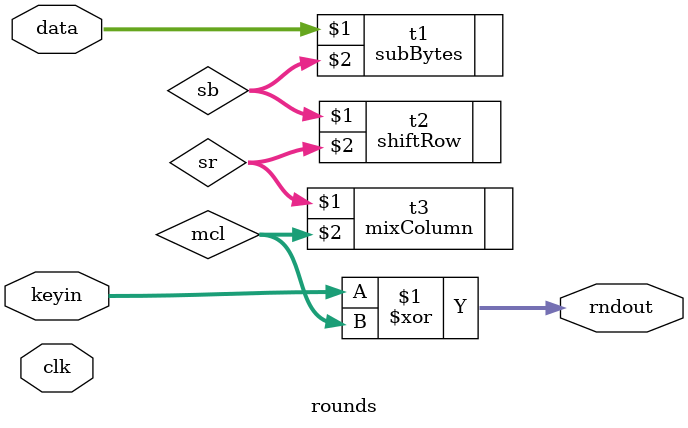
<source format=v>
module rounds (clk,data,keyin,rndout);

	input clk;
	input [127:0]data;
	input [127:0]keyin;
	output [127:0]rndout;

	wire [127:0] sb,sr,mcl;

	subBytes t1(data,sb);
	shiftRow t2(sb,sr);
	mixColumn t3(sr,mcl);
	assign rndout = keyin ^ mcl;

endmodule 
</source>
